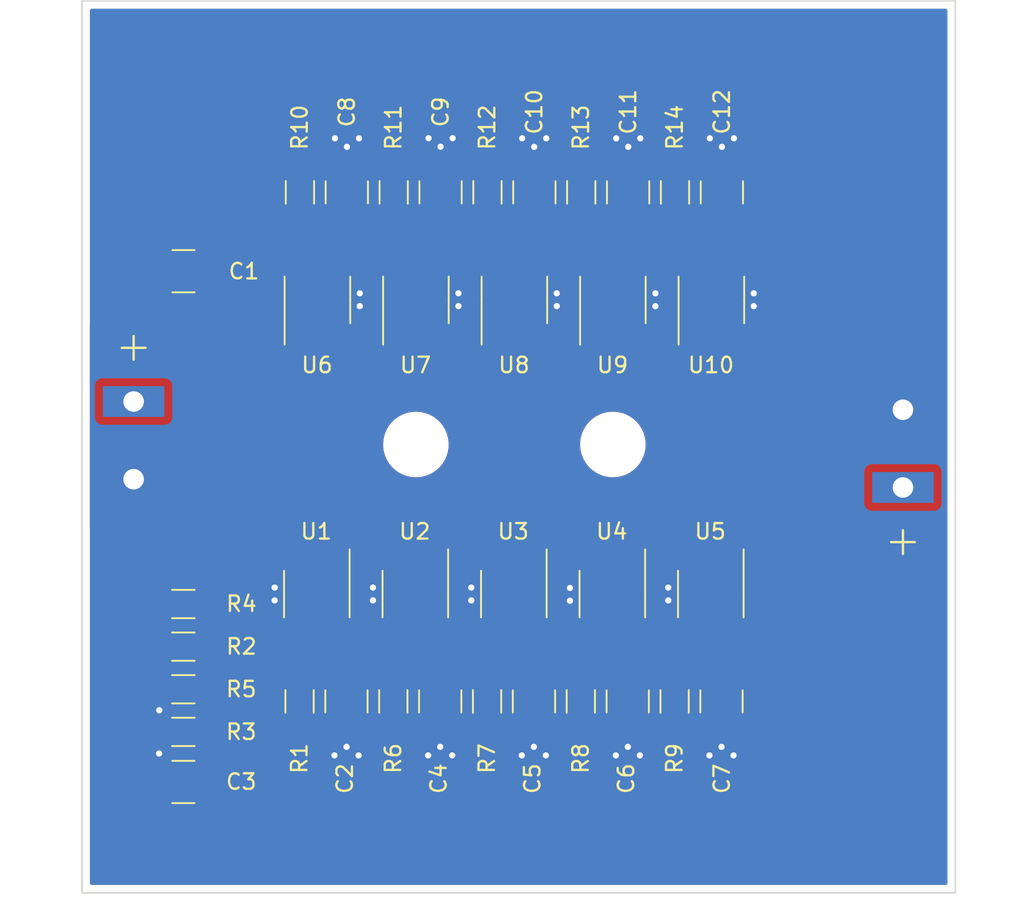
<source format=kicad_pcb>
(kicad_pcb (version 20211014) (generator pcbnew)
  (layers (0 "F.Cu" signal) (31 "B.Cu" signal) (34 "B.Paste" user) (35 "F.Paste" user) (36 "B.SilkS" user "B.Silkscreen") (37 "F.SilkS" user "F.Silkscreen") (38 "B.Mask" user) (39 "F.Mask" user) (44 "Edge.Cuts" user))
  (net 0 "")
  (net 1 "GND")
  (net 2 "Net-(C1-Pad2)")
  (net 3 "Net-(C2-Pad1)")
  (net 4 "Net-(C3-Pad2)")
  (net 5 "Net-(C4-Pad1)")
  (net 6 "Net-(C5-Pad1)")
  (net 7 "Net-(C6-Pad1)")
  (net 8 "Net-(C7-Pad1)")
  (net 9 "Net-(C8-Pad1)")
  (net 10 "Net-(C9-Pad1)")
  (net 11 "Net-(C10-Pad1)")
  (net 12 "Net-(C11-Pad1)")
  (net 13 "Net-(C12-Pad1)")
  (net 14 "Net-(J2-Pad1)")
  (net 15 "Net-(R2-Pad1)")
  (net 16 "Net-(R4-Pad1)")
  (footprint "Package_SO:MSOP-12-1EP_3x4mm_P0.65mm_EP1.65x2.85mm" (layer "F.Cu") (at 106.2875 104.573772 -90)
    (fp_text reference "U3")
    (fp_text value "LT3045xMSE")
  )
  (footprint "Package_SO:MSOP-12-1EP_3x4mm_P0.65mm_EP1.65x2.85mm" (layer "F.Cu") (at 106.325 85.65 90)
    (fp_text reference "U8")
    (fp_text value "LT3045xMSE")
  )
  (footprint "Capacitor_SMD:C_1210_3225Metric_Pad1.33x2.70mm_HandSolder" (layer "F.Cu") (at 85.033406 83.8 180)
    (fp_text reference "C1")
    (fp_text value "47uF")
  )
  (footprint "Package_SO:MSOP-12-1EP_3x4mm_P0.65mm_EP1.65x2.85mm" (layer "F.Cu") (at 99.9875 85.65 90)
    (fp_text reference "U7")
    (fp_text value "LT3045xMSE")
  )
  (footprint "Resistor_SMD:R_1206_3216Metric_Pad1.30x1.75mm_HandSolder" (layer "F.Cu") (at 104.591664 78.725 90)
    (fp_text reference "R12")
    (fp_text value "20M")
  )
  (footprint "Capacitor_SMD:C_1210_3225Metric_Pad1.33x2.70mm_HandSolder" (layer "F.Cu") (at 101.549998 111.481717 -90)
    (fp_text reference "C4")
    (fp_text value "10uF")
  )
  (footprint "Capacitor_SMD:C_1210_3225Metric_Pad1.33x2.70mm_HandSolder" (layer "F.Cu") (at 101.574998 78.725 90)
    (fp_text reference "C9")
    (fp_text value "10uF")
  )
  (footprint "Resistor_SMD:R_1206_3216Metric_Pad1.30x1.75mm_HandSolder" (layer "F.Cu") (at 92.525 78.725 90)
    (fp_text reference "R10")
    (fp_text value "20M")
  )
  (footprint "Capacitor_SMD:C_1210_3225Metric_Pad1.33x2.70mm_HandSolder" (layer "F.Cu") (at 95.516666 111.481717 -90)
    (fp_text reference "C2")
    (fp_text value "10uF")
  )
  (footprint "Resistor_SMD:R_1206_3216Metric_Pad1.30x1.75mm_HandSolder" (layer "F.Cu") (at 116.658328 78.725 90)
    (fp_text reference "R14")
    (fp_text value "20M")
  )
  (footprint "Package_SO:MSOP-12-1EP_3x4mm_P0.65mm_EP1.65x2.85mm" (layer "F.Cu") (at 119 85.65 90)
    (fp_text reference "U10")
    (fp_text value "LT3045xMSE")
  )
  (footprint "TerminalBlock:TerminalBlock_Altech_AK300-2_P5.00mm" (layer "F.Cu") (at 131.325 97.715 90)
    (fp_text reference "J2" hide)
    (fp_text value "Vout" hide)
  )
  (footprint "Resistor_SMD:R_1206_3216Metric_Pad1.30x1.75mm_HandSolder" (layer "F.Cu") (at 85.025 113.441717)
    (fp_text reference "R3")
    (fp_text value "4.99K")
  )
  (footprint "Resistor_SMD:R_1206_3216Metric_Pad1.30x1.75mm_HandSolder" (layer "F.Cu") (at 85.025 110.699217)
    (fp_text reference "R5")
    (fp_text value "49.9K")
  )
  (footprint "Resistor_SMD:R_1206_3216Metric_Pad1.30x1.75mm_HandSolder" (layer "F.Cu") (at 92.5 111.481717 -90)
    (fp_text reference "R1")
    (fp_text value "20M")
  )
  (footprint "Package_SO:MSOP-12-1EP_3x4mm_P0.65mm_EP1.65x2.85mm" (layer "F.Cu") (at 118.9625 104.573772 -90)
    (fp_text reference "U5")
    (fp_text value "LT3045xMSE")
  )
  (footprint "Capacitor_SMD:C_1210_3225Metric_Pad1.33x2.70mm_HandSolder" (layer "F.Cu") (at 119.65 111.481717 -90)
    (fp_text reference "C7")
    (fp_text value "10uF")
  )
  (footprint "Capacitor_SMD:C_1210_3225Metric_Pad1.33x2.70mm_HandSolder" (layer "F.Cu") (at 113.641662 78.725 90)
    (fp_text reference "C11")
    (fp_text value "10uF")
  )
  (footprint "Resistor_SMD:R_1206_3216Metric_Pad1.30x1.75mm_HandSolder" (layer "F.Cu") (at 98.558332 78.725 90)
    (fp_text reference "R11")
    (fp_text value "20M")
  )
  (footprint "MountingHole:MountingHole_3.2mm_M3" (layer "F.Cu") (at 99.9875 94.95)
    (fp_text reference "REF**" hide)
    (fp_text value "MountingHole_3.2mm_M3")
  )
  (footprint "Capacitor_SMD:C_1210_3225Metric_Pad1.33x2.70mm_HandSolder" (layer "F.Cu") (at 107.60833 78.725 90)
    (fp_text reference "C10")
    (fp_text value "10uF")
  )
  (footprint "Resistor_SMD:R_1206_3216Metric_Pad1.30x1.75mm_HandSolder" (layer "F.Cu") (at 110.599996 111.481717 -90)
    (fp_text reference "R8")
    (fp_text value "20M")
  )
  (footprint "Capacitor_SMD:C_1210_3225Metric_Pad1.33x2.70mm_HandSolder" (layer "F.Cu") (at 107.58333 111.481717 -90)
    (fp_text reference "C5")
    (fp_text value "10uF")
  )
  (footprint "Package_SO:MSOP-12-1EP_3x4mm_P0.65mm_EP1.65x2.85mm" (layer "F.Cu") (at 112.625 104.573772 -90)
    (fp_text reference "U4")
    (fp_text value "LT3045xMSE")
  )
  (footprint "MountingHole:MountingHole_3.2mm_M3" (layer "F.Cu") (at 112.6625 94.95)
    (fp_text reference "REF**" hide)
    (fp_text value "MountingHole_3.2mm_M3")
  )
  (footprint "Resistor_SMD:R_1206_3216Metric_Pad1.30x1.75mm_HandSolder" (layer "F.Cu") (at 98.533332 111.481717 -90)
    (fp_text reference "R6")
    (fp_text value "20M")
  )
  (footprint "Resistor_SMD:R_1206_3216Metric_Pad1.30x1.75mm_HandSolder" (layer "F.Cu") (at 104.566664 111.481717 -90)
    (fp_text reference "R7")
    (fp_text value "20M")
  )
  (footprint "Resistor_SMD:R_1206_3216Metric_Pad1.30x1.75mm_HandSolder" (layer "F.Cu") (at 110.624996 78.725 90)
    (fp_text reference "R13")
    (fp_text value "20M")
  )
  (footprint "TerminalBlock:TerminalBlock_Altech_AK300-2_P5.00mm" (layer "F.Cu") (at 81.825 92.185 -90)
    (fp_text reference "J1" hide)
    (fp_text value "Vin")
  )
  (footprint "Resistor_SMD:R_1206_3216Metric_Pad1.30x1.75mm_HandSolder" (layer "F.Cu") (at 85.025 105.214217 180)
    (fp_text reference "R4")
    (fp_text value "200K")
  )
  (footprint "Capacitor_SMD:C_1210_3225Metric_Pad1.33x2.70mm_HandSolder" (layer "F.Cu") (at 119.675 78.725 90)
    (fp_text reference "C12")
    (fp_text value "10uF")
  )
  (footprint "Capacitor_SMD:C_1210_3225Metric_Pad1.33x2.70mm_HandSolder" (layer "F.Cu") (at 95.541666 78.725 90)
    (fp_text reference "C8")
    (fp_text value "10uF")
  )
  (footprint "Package_SO:MSOP-12-1EP_3x4mm_P0.65mm_EP1.65x2.85mm" (layer "F.Cu") (at 93.6125 104.573772 -90)
    (fp_text reference "U1")
    (fp_text value "LT3045xMSE")
  )
  (footprint "Package_SO:MSOP-12-1EP_3x4mm_P0.65mm_EP1.65x2.85mm" (layer "F.Cu") (at 93.65 85.65 90)
    (fp_text reference "U6")
    (fp_text value "LT3045xMSE")
  )
  (footprint "Package_SO:MSOP-12-1EP_3x4mm_P0.65mm_EP1.65x2.85mm" (layer "F.Cu") (at 112.6625 85.65 90)
    (fp_text reference "U9")
    (fp_text value "LT3045xMSE")
  )
  (footprint "Capacitor_SMD:C_1210_3225Metric_Pad1.33x2.70mm_HandSolder" (layer "F.Cu") (at 113.616662 111.481717 -90)
    (fp_text reference "C6")
    (fp_text value "10uF")
  )
  (footprint "Resistor_SMD:R_1206_3216Metric_Pad1.30x1.75mm_HandSolder" (layer "F.Cu") (at 85.025 107.956717 180)
    (fp_text reference "R2")
    (fp_text value "453K")
  )
  (footprint "Capacitor_SMD:C_1210_3225Metric_Pad1.33x2.70mm_HandSolder" (layer "F.Cu") (at 85.025 116.664217)
    (fp_text reference "C3")
    (fp_text value "4.7uF")
  )
  (footprint "Resistor_SMD:R_1206_3216Metric_Pad1.30x1.75mm_HandSolder" (layer "F.Cu") (at 116.633328 111.481717 -90)
    (fp_text reference "R9")
    (fp_text value "20M")
  )
  (footprint "Package_SO:MSOP-12-1EP_3x4mm_P0.65mm_EP1.65x2.85mm" (layer "F.Cu") (at 99.95 104.573772 -90)
    (fp_text reference "U2")
    (fp_text value "LT3045xMSE")
  )
  (gr_rect (start 134.7 123.8) (end 78.5 66.4) (layer "Edge.Cuts") (width 0.1) (fill none))
  (gr_text "+" (at 131.325 101.075) (layer "F.SilkS") (effects (font (size 2 2))))
  (gr_text "+" (at 81.825 88.575) (layer "F.SilkS") (effects (font (size 2 2))))
  (segment (start 83.475 114.681717) (end 83.4625 114.694217) (width 1) (layer "F.Cu") (net 1))
  (segment (start 99.625 106.723772) (end 99.625 104.399133) (width 0.25) (layer "F.Cu") (net 1))
  (segment (start 93.65 85.65) (end 88.445906 85.65) (width 1) (layer "F.Cu") (net 1))
  (segment (start 111 103.099133) (end 112.474639 104.573772) (width 0.25) (layer "F.Cu") (net 1))
  (segment (start 83.4625 114.8375) (end 83.4625 114.694217) (width 1) (layer "F.Cu") (net 1))
  (segment (start 120.625 87.124639) (end 120.625 87.8) (width 0.25) (layer "F.Cu") (net 1))
  (segment (start 93.975 85.824639) (end 95.275 87.124639) (width 0.25) (layer "F.Cu") (net 1))
  (segment (start 114.2875 87.124639) (end 114.2875 87.8) (width 0.25) (layer "F.Cu") (net 1))
  (segment (start 100.3125 83.5) (end 100.3125 85.824639) (width 0.25) (layer "F.Cu") (net 1))
  (segment (start 83.475 112.05) (end 83.475 114.681717) (width 1) (layer "F.Cu") (net 1))
  (segment (start 93.2875 104.399133) (end 91.9875 103.099133) (width 0.25) (layer "F.Cu") (net 1))
  (segment (start 112.474639 104.573772) (end 112.625 104.573772) (width 0.25) (layer "F.Cu") (net 1))
  (segment (start 83.4625 116.664217) (end 83.4625 114.8375) (width 1) (layer "F.Cu") (net 1))
  (segment (start 112.3 104.898772) (end 112.625 104.573772) (width 0.25) (layer "F.Cu") (net 1))
  (segment (start 119.325 83.5) (end 119.325 85.824639) (width 0.25) (layer "F.Cu") (net 1))
  (segment (start 83.4625 113.454217) (end 83.475 113.441717) (width 1) (layer "F.Cu") (net 1))
  (segment (start 101.6125 87.124639) (end 101.6125 87.8) (width 0.25) (layer "F.Cu") (net 1))
  (segment (start 112.9875 85.824639) (end 114.2875 87.124639) (width 0.25) (layer "F.Cu") (net 1))
  (segment (start 106.65 85.824639) (end 107.95 87.124639) (width 0.25) (layer "F.Cu") (net 1))
  (segment (start 105.9625 104.399133) (end 104.6625 103.099133) (width 0.25) (layer "F.Cu") (net 1))
  (segment (start 93.2875 106.723772) (end 93.2875 104.399133) (width 0.25) (layer "F.Cu") (net 1))
  (segment (start 100.3125 85.824639) (end 101.6125 87.124639) (width 0.25) (layer "F.Cu") (net 1))
  (segment (start 105.9625 106.723772) (end 105.9625 104.399133) (width 0.25) (layer "F.Cu") (net 1))
  (segment (start 107.95 87.124639) (end 107.95 87.8) (width 0.25) (layer "F.Cu") (net 1))
  (segment (start 95.275 87.124639) (end 95.275 87.8) (width 0.25) (layer "F.Cu") (net 1))
  (segment (start 118.812139 104.573772) (end 118.9625 104.573772) (width 0.25) (layer "F.Cu") (net 1))
  (segment (start 112.3 106.723772) (end 112.3 104.898772) (width 0.25) (layer "F.Cu") (net 1))
  (segment (start 83.4625 114.694217) (end 83.4625 113.454217) (width 1) (layer "F.Cu") (net 1))
  (segment (start 88.445906 85.65) (end 86.595906 83.8) (width 1) (layer "F.Cu") (net 1))
  (segment (start 119.325 85.824639) (end 120.625 87.124639) (width 0.25) (layer "F.Cu") (net 1))
  (segment (start 106.65 83.5) (end 106.65 85.824639) (width 0.25) (layer "F.Cu") (net 1))
  (segment (start 83.475 110.699217) (end 83.475 112.05) (width 1) (layer "F.Cu") (net 1))
  (segment (start 118.6375 106.723772) (end 118.6375 104.898772) (width 0.25) (layer "F.Cu") (net 1))
  (segment (start 99.625 104.399133) (end 98.325 103.099133) (width 0.25) (layer "F.Cu") (net 1))
  (segment (start 112.9875 83.5) (end 112.9875 85.824639) (width 0.25) (layer "F.Cu") (net 1))
  (segment (start 117.3375 103.099133) (end 118.812139 104.573772) (width 0.25) (layer "F.Cu") (net 1))
  (segment (start 118.6375 104.898772) (end 118.9625 104.573772) (width 0.25) (layer "F.Cu") (net 1))
  (segment (start 93.975 83.5) (end 93.975 85.824639) (width 0.25) (layer "F.Cu") (net 1))
  (via (at 116.225 104.156717) (size 0.8) (drill 0.4) (layers "F.Cu" "B.Cu") (net 1))
  (via (at 119.65 114.406717) (size 0.8) (drill 0.4) (layers "F.Cu" "B.Cu") (net 1))
  (via (at 109.05 86.046868) (size 0.8) (drill 0.4) (layers "F.Cu" "B.Cu") (net 1))
  (via (at 115.4 86.05) (size 0.8) (drill 0.4) (layers "F.Cu" "B.Cu") (net 1))
  (via (at 120.425 114.956717) (size 0.8) (drill 0.4) (layers "F.Cu" "B.Cu") (net 1))
  (via (at 94.775 75.25) (size 0.8) (drill 0.4) (layers "F.Cu" "B.Cu") (net 1))
  (via (at 120.45 75.25) (size 0.8) (drill 0.4) (layers "F.Cu" "B.Cu") (net 1))
  (via (at 96.325 75.25) (size 0.8) (drill 0.4) (layers "F.Cu" "B.Cu") (net 1))
  (via (at 121.725 85.225) (size 0.8) (drill 0.4) (layers "F.Cu" "B.Cu") (net 1))
  (via (at 121.725 86.05) (size 0.8) (drill 0.4) (layers "F.Cu" "B.Cu") (net 1))
  (via (at 96.375 85.221868) (size 0.8) (drill 0.4) (layers "F.Cu" "B.Cu") (net 1))
  (via (at 107.6 75.8) (size 0.8) (drill 0.4) (layers "F.Cu" "B.Cu") (net 1))
  (via (at 97.225 104.155922) (size 0.8) (drill 0.4) (layers "F.Cu" "B.Cu") (net 1))
  (via (at 119.675 75.8) (size 0.8) (drill 0.4) (layers "F.Cu" "B.Cu") (net 1))
  (via (at 97.225 104.980922) (size 0.8) (drill 0.4) (layers "F.Cu" "B.Cu") (net 1))
  (via (at 118.9 75.25) (size 0.8) (drill 0.4) (layers "F.Cu" "B.Cu") (net 1))
  (via (at 90.9 104.981717) (size 0.8) (drill 0.4) (layers "F.Cu" "B.Cu") (net 1))
  (via (at 100.8 75.241743) (size 0.8) (drill 0.4) (layers "F.Cu" "B.Cu") (net 1))
  (via (at 95.525 114.405738) (size 0.8) (drill 0.4) (layers "F.Cu" "B.Cu") (net 1))
  (via (at 114.425 75.25) (size 0.8) (drill 0.4) (layers "F.Cu" "B.Cu") (net 1))
  (via (at 108.35 114.955738) (size 0.8) (drill 0.4) (layers "F.Cu" "B.Cu") (net 1))
  (via (at 106.825 75.25) (size 0.8) (drill 0.4) (layers "F.Cu" "B.Cu") (net 1))
  (via (at 94.75 114.955738) (size 0.8) (drill 0.4) (layers "F.Cu" "B.Cu") (net 1))
  (via (at 103.55 104.981717) (size 0.8) (drill 0.4) (layers "F.Cu" "B.Cu") (net 1))
  (via (at 115.4 85.225) (size 0.8) (drill 0.4) (layers "F.Cu" "B.Cu") (net 1))
  (via (at 101.55 114.405738) (size 0.8) (drill 0.4) (layers "F.Cu" "B.Cu") (net 1))
  (via (at 112.85 114.955738) (size 0.8) (drill 0.4) (layers "F.Cu" "B.Cu") (net 1))
  (via (at 116.225 104.981717) (size 0.8) (drill 0.4) (layers "F.Cu" "B.Cu") (net 1))
  (via (at 113.65 75.8) (size 0.8) (drill 0.4) (layers "F.Cu" "B.Cu") (net 1))
  (via (at 102.325 114.955738) (size 0.8) (drill 0.4) (layers "F.Cu" "B.Cu") (net 1))
  (via (at 103.55 104.156717) (size 0.8) (drill 0.4) (layers "F.Cu" "B.Cu") (net 1))
  (via (at 102.725 86.046868) (size 0.8) (drill 0.4) (layers "F.Cu" "B.Cu") (net 1))
  (via (at 118.875 114.956717) (size 0.8) (drill 0.4) (layers "F.Cu" "B.Cu") (net 1))
  (via (at 107.575 114.405738) (size 0.8) (drill 0.4) (layers "F.Cu" "B.Cu") (net 1))
  (via (at 96.3 114.955738) (size 0.8) (drill 0.4) (layers "F.Cu" "B.Cu") (net 1))
  (via (at 109.9 104.181717) (size 0.8) (drill 0.4) (layers "F.Cu" "B.Cu") (net 1))
  (via (at 113.625 114.405738) (size 0.8) (drill 0.4) (layers "F.Cu" "B.Cu") (net 1))
  (via (at 114.4 114.955738) (size 0.8) (drill 0.4) (layers "F.Cu" "B.Cu") (net 1))
  (via (at 90.9 104.156717) (size 0.8) (drill 0.4) (layers "F.Cu" "B.Cu") (net 1))
  (via (at 101.575 75.791743) (size 0.8) (drill 0.4) (layers "F.Cu" "B.Cu") (net 1))
  (via (at 108.375 75.25) (size 0.8) (drill 0.4) (layers "F.Cu" "B.Cu") (net 1))
  (via (at 83.475 112.05) (size 0.8) (drill 0.4) (layers "F.Cu" "B.Cu") (net 1))
  (via (at 102.35 75.241743) (size 0.8) (drill 0.4) (layers "F.Cu" "B.Cu") (net 1))
  (via (at 95.55 75.8) (size 0.8) (drill 0.4) (layers "F.Cu" "B.Cu") (net 1))
  (via (at 83.4625 114.8375) (size 0.8) (drill 0.4) (layers "F.Cu" "B.Cu") (net 1))
  (via (at 109.9 105.006717) (size 0.8) (drill 0.4) (layers "F.Cu" "B.Cu") (net 1))
  (via (at 102.725 85.221868) (size 0.8) (drill 0.4) (layers "F.Cu" "B.Cu") (net 1))
  (via (at 96.375 86.046868) (size 0.8) (drill 0.4) (layers "F.Cu" "B.Cu") (net 1))
  (via (at 109.05 85.221868) (size 0.8) (drill 0.4) (layers "F.Cu" "B.Cu") (net 1))
  (via (at 106.8 114.955738) (size 0.8) (drill 0.4) (layers "F.Cu" "B.Cu") (net 1))
  (via (at 112.875 75.25) (size 0.8) (drill 0.4) (layers "F.Cu" "B.Cu") (net 1))
  (via (at 100.775 114.955738) (size 0.8) (drill 0.4) (layers "F.Cu" "B.Cu") (net 1))
  (segment (start 114.2875 83.5) (end 116.45 83.5) (width 0.25) (layer "F.Cu") (net 2))
  (segment (start 116.55 83.6) (end 116.55 86.975) (width 0.25) (layer "F.Cu") (net 2))
  (segment (start 120.625 83.5) (end 122.475 83.5) (width 0.25) (layer "F.Cu") (net 2))
  (segment (start 108.8375 103.348772) (end 107.9125 102.423772) (width 0.25) (layer "F.Cu") (net 2))
  (segment (start 83.475 100.2) (end 83.575 100.1) (width 0.25) (layer "F.Cu") (net 2))
  (segment (start 101.6125 83.5) (end 103.75 83.5) (width 0.25) (layer "F.Cu") (net 2))
  (segment (start 83.470906 83.8) (end 83.470906 90.539094) (width 1) (layer "F.Cu") (net 2))
  (segment (start 107.95 83.5) (end 110.075 83.5) (width 0.25) (layer "F.Cu") (net 2))
  (segment (start 116.55 86.975) (end 117.375 87.8) (width 0.25) (layer "F.Cu") (net 2))
  (segment (start 103.85 86.95) (end 104.7 87.8) (width 0.25) (layer "F.Cu") (net 2))
  (segment (start 104.6625 106.723772) (end 102.4125 106.723772) (width 0.25) (layer "F.Cu") (net 2))
  (segment (start 83.470906 90.539094) (end 81.825 92.185) (width 1) (layer "F.Cu") (net 2))
  (segment (start 95.8875 103.073772) (end 95.2375 102.423772) (width 0.25) (layer "F.Cu") (net 2))
  (segment (start 110.175 86.9375) (end 111.0375 87.8) (width 0.25) (layer "F.Cu") (net 2))
  (segment (start 95.275 83.5) (end 97.375 83.5) (width 0.25) (layer "F.Cu") (net 2))
  (segment (start 83.475 105.214217) (end 83.475 100.2) (width 0.25) (layer "F.Cu") (net 2))
  (segment (start 122.475 83.5) (end 122.875 83.9) (width 0.25) (layer "F.Cu") (net 2))
  (segment (start 118.675 88.925) (end 118.675 87.8) (width 0.25) (layer "F.Cu") (net 2))
  (segment (start 117.3375 106.723772) (end 115.1625 106.723772) (width 0.25) (layer "F.Cu") (net 2))
  (segment (start 97.475 86.9125) (end 98.3625 87.8) (width 0.25) (layer "F.Cu") (net 2))
  (segment (start 103.75 83.5) (end 103.85 83.6) (width 0.25) (layer "F.Cu") (net 2))
  (segment (start 108.8375 106.573772) (end 108.8375 103.348772) (width 0.25) (layer "F.Cu") (net 2))
  (segment (start 102.4125 106.723772) (end 102.3875 106.698772) (width 0.25) (layer "F.Cu") (net 2))
  (segment (start 97.375 83.5) (end 97.475 83.6) (width 0.25) (layer "F.Cu") (net 2))
  (segment (start 108.9875 106.723772) (end 108.8375 106.573772) (width 0.25) (layer "F.Cu") (net 2))
  (segment (start 110.175 83.6) (end 110.175 86.9375) (width 0.25) (layer "F.Cu") (net 2))
  (segment (start 115.1625 103.336272) (end 114.25 102.423772) (width 0.25) (layer "F.Cu") (net 2))
  (segment (start 116.45 83.5) (end 116.55 83.6) (width 0.25) (layer "F.Cu") (net 2))
  (segment (start 110.075 83.5) (end 110.175 83.6) (width 0.25) (layer "F.Cu") (net 2))
  (segment (start 95.9875 106.723772) (end 95.8875 106.623772) (width 0.25) (layer "F.Cu") (net 2))
  (segment (start 111 106.723772) (end 108.9875 106.723772) (width 0.25) (layer "F.Cu") (net 2))
  (segment (start 103.85 83.6) (end 103.85 86.95) (width 0.25) (layer "F.Cu") (net 2))
  (segment (start 119.1 89.35) (end 118.675 88.925) (width 0.25) (layer "F.Cu") (net 2))
  (segment (start 122.875 83.9) (end 122.875 88.85) (width 0.25) (layer "F.Cu") (net 2))
  (segment (start 122.875 88.85) (end 122.375 89.35) (width 0.25) (layer "F.Cu") (net 2))
  (segment (start 102.3875 106.698772) (end 102.3875 103.236272) (width 0.25) (layer "F.Cu") (net 2))
  (segment (start 102.3875 103.236272) (end 101.575 102.423772) (width 0.25) (layer "F.Cu") (net 2))
  (segment (start 83.475 105.214217) (end 83.9675 105.214217) (width 0.25) (layer "F.Cu") (net 2))
  (segment (start 122.375 89.35) (end 119.1 89.35) (width 0.25) (layer "F.Cu") (net 2))
  (segment (start 115.1625 106.723772) (end 115.1625 103.336272) (width 0.25) (layer "F.Cu") (net 2))
  (segment (start 95.8875 106.623772) (end 95.8875 103.073772) (width 0.25) (layer "F.Cu") (net 2))
  (segment (start 97.475 83.6) (end 97.475 86.9125) (width 0.25) (layer "F.Cu") (net 2))
  (segment (start 98.325 106.723772) (end 95.9875 106.723772) (width 0.25) (layer "F.Cu") (net 2))
  (segment (start 92.5 109.931717) (end 95.504166 109.931717) (width 2) (layer "F.Cu") (net 3))
  (segment (start 95.504166 109.931717) (end 95.516666 109.919217) (width 2) (layer "F.Cu") (net 3))
  (segment (start 93.9375 106.723772) (end 95.2375 106.723772) (width 0.25) (layer "F.Cu") (net 3))
  (segment (start 114.025 81.7) (end 115.05 81.7) (width 0.25) (layer "F.Cu") (net 4))
  (segment (start 94.625 83.5) (end 94.625 82.2) (width 0.25) (layer "F.Cu") (net 4))
  (segment (start 105.3125 108.369217) (end 105.075 108.606717) (width 0.25) (layer "F.Cu") (net 4))
  (segment (start 121.825 81.85) (end 122.55 81.85) (width 0.25) (layer "F.Cu") (net 4))
  (segment (start 119.975 82.125) (end 119.975 83.5) (width 0.25) (layer "F.Cu") (net 4))
  (segment (start 100.9625 81.9875) (end 101.3 81.65) (width 0.25) (layer "F.Cu") (net 4))
  (segment (start 96.8 82.025) (end 97.216186 81.608814) (width 0.25) (layer "F.Cu") (net 4))
  (segment (start 107.675 81.65) (end 109.025 81.65) (width 0.25) (layer "F.Cu") (net 4))
  (segment (start 97.191186 108.965531) (end 97.191186 111.497903) (width 0.25) (layer "F.Cu") (net 4))
  (segment (start 121.8 81.825) (end 121.825 81.85) (width 0.25) (layer "F.Cu") (net 4))
  (segment (start 121.45 81.85) (end 120.25 81.85) (width 0.25) (layer "F.Cu") (net 4))
  (segment (start 98.775 108.606717) (end 97.55 108.606717) (width 0.25) (layer "F.Cu") (net 4))
  (segment (start 103.35 78.625) (end 109.325 78.625) (width 0.25) (layer "F.Cu") (net 4))
  (segment (start 97.2 78.925) (end 97.5 78.625) (width 0.25) (layer "F.Cu") (net 4))
  (segment (start 91 108.756717) (end 91 110.906717) (width 0.25) (layer "F.Cu") (net 4))
  (segment (start 121.8 78.925) (end 121.8 81.025) (width 0.25) (layer "F.Cu") (net 4))
  (segment (start 103.675 108.606717) (end 103.225 109.056717) (width 0.25) (layer "F.Cu") (net 4))
  (segment (start 123.325 82.625) (end 123.325 110.481717) (width 0.25) (layer "F.Cu") (net 4))
  (segment (start 115.291182 108.840535) (end 115.291182 111.447899) (width 0.25) (layer "F.Cu") (net 4))
  (segment (start 92.425 108.606717) (end 91.15 108.606717) (width 0.25) (layer "F.Cu") (net 4))
  (segment (start 115.525 108.606717) (end 115.291182 108.840535) (width 0.25) (layer "F.Cu") (net 4))
  (segment (start 123.325 110.481717) (end 122.3 111.506717) (width 0.25) (layer "F.Cu") (net 4))
  (segment (start 115.316182 78.641182) (end 115.3 78.625) (width 0.25) (layer "F.Cu") (net 4))
  (segment (start 91.025 111.506717) (end 88.509999 111.506717) (width 0.25) (layer "F.Cu") (net 4))
  (segment (start 91.325 111.506717) (end 91.825 111.506717) (width 0.25) (layer "F.Cu") (net 4))
  (segment (start 107.3 82.025) (end 107.675 81.65) (width 0.25) (layer "F.Cu") (net 4))
  (segment (start 122.55 81.85) (end 123.325 82.625) (width 0.25) (layer "F.Cu") (net 4))
  (segment (start 86.5875 116.664217) (end 86.5875 113.454217) (width 1) (layer "F.Cu") (net 4))
  (segment (start 111.65 106.723772) (end 111.65 108.206717) (width 0.25) (layer "F.Cu") (net 4))
  (segment (start 103.225 109.056717) (end 103.225 111.506717) (width 0.25) (layer "F.Cu") (net 4))
  (segment (start 92.6375 106.723772) (end 92.6375 108.394217) (width 0.25) (layer "F.Cu") (net 4))
  (segment (start 91.825 111.506717) (end 91.025 111.506717) (width 0.25) (layer "F.Cu") (net 4))
  (segment (start 111.25 108.606717) (end 109.6 108.606717) (width 0.25) (layer "F.Cu") (net 4))
  (segment (start 121.8 81.025) (end 121.8 81.5) (width 0.25) (layer "F.Cu") (net 4))
  (segment (start 103.249518 81.350482) (end 103.249518 78.725482) (width 0.25) (layer "F.Cu") (net 4))
  (segment (start 113.6375 82.0875) (end 114.025 81.7) (width 0.25) (layer "F.Cu") (net 4))
  (segment (start 92.6375 108.394217) (end 92.425 108.606717) (width 0.25) (layer "F.Cu") (net 4))
  (segment (start 111.65 108.206717) (end 111.25 108.606717) (width 0.25) (layer "F.Cu") (net 4))
  (segment (start 88.51 111.506717) (end 88.233358 111.783358) (width 0.25) (layer "F.Cu") (net 4))
  (segment (start 120.25 81.85) (end 119.975 82.125) (width 0.25) (layer "F.Cu") (net 4))
  (segment (start 97.5 78.625) (end 103.35 78.625) (width 0.25) (layer "F.Cu") (net 4))
  (segment (start 97.55 108.606717) (end 97.191186 108.965531) (width 0.25) (layer "F.Cu") (net 4))
  (segment (start 109.28285 78.66715) (end 109.325 78.625) (width 0.25) (layer "F.Cu") (net 4))
  (segment (start 100.9625 83.5) (end 100.9625 81.9875) (width 0.25) (layer "F.Cu") (net 4))
  (segment (start 121.8 81.025) (end 121.8 81.825) (width 0.25) (layer "F.Cu") (net 4))
  (segment (start 115.3 78.625) (end 121.5 78.625) (width 0.25) (layer "F.Cu") (net 4))
  (segment (start 117.9875 108.219217) (end 117.6 108.606717) (width 0.25) (layer "F.Cu") (net 4))
  (segment (start 94.8 82.025) (end 96.8 82.025) (width 0.25) (layer "F.Cu") (net 4))
  (segment (start 122.3 111.506717) (end 115.35 111.506717) (width 0.25) (layer "F.Cu") (net 4))
  (segment (start 109.28285 81.39215) (end 109.28285 78.66715) (width 0.25) (layer "F.Cu") (net 4))
  (segment (start 105.075 108.606717) (end 103.675 108.606717) (width 0.25) (layer "F.Cu") (net 4))
  (segment (start 115.291182 111.447899) (end 115.35 111.506717) (width 0.25) (layer "F.Cu") (net 4))
  (segment (start 86.5875 113.454217) (end 86.575 113.441717) (width 1) (layer "F.Cu") (net 4))
  (segment (start 91.15 108.606717) (end 91 108.756717) (width 0.25) (layer "F.Cu") (net 4))
  (segment (start 105.3125 106.723772) (end 105.3125 108.369217) (width 0.25) (layer "F.Cu") (net 4))
  (segment (start 97.216186 78.941186) (end 97.2 78.925) (width 0.25) (layer "F.Cu") (net 4))
  (segment (start 98.975 108.406717) (end 98.775 108.606717) (width 0.25) (layer "F.Cu") (net 4))
  (segment (start 98.975 106.723772) (end 98.975 108.406717) (width 0.25) (layer "F.Cu") (net 4))
  (segment (start 103.225 111.506717) (end 97.2 111.506717) (width 0.25) (layer "F.Cu") (net 4))
  (segment (start 117.6 108.606717) (end 115.525 108.606717) (width 0.25) (layer "F.Cu") (net 4))
  (segment (start 97.191186 111.497903) (end 97.2 111.506717) (width 0.25) (layer "F.Cu") (net 4))
  (segment (start 115.35 111.506717) (end 109.225 111.506717) (width 0.25) (layer "F.Cu") (net 4))
  (segment (start 115.05 81.7) (end 115.316182 81.433818) (width 0.25) (layer "F.Cu") (net 4))
  (segment (start 91 110.906717) (end 91 111.481717) (width 0.25) (layer "F.Cu") (net 4))
  (segment (start 121.5 78.625) (end 121.8 78.925) (width 0.25) (layer "F.Cu") (net 4))
  (segment (start 109.325 78.625) (end 115.3 78.625) (width 0.25) (layer "F.Cu") (net 4))
  (segment (start 91 111.481717) (end 91.025 111.506717) (width 0.25) (layer "F.Cu") (net 4))
  (segment (start 117.9875 106.723772) (end 117.9875 108.219217) (width 0.25) (layer "F.Cu") (net 4))
  (segment (start 107.3 83.5) (end 107.3 82.025) (width 0.25) (layer "F.Cu") (net 4))
  (segment (start 121.45 81.85) (end 121.825 81.85) (width 0.25) (layer "F.Cu") (net 4))
  (segment (start 109.225 111.506717) (end 103.225 111.506717) (width 0.25) (layer "F.Cu") (net 4))
  (segment (start 91.825 111.506717) (end 97.2 111.506717) (width 0.25) (layer "F.Cu") (net 4))
  (segment (start 97.216186 81.608814) (end 97.216186 78.941186) (width 0.25) (layer "F.Cu") (net 4))
  (segment (start 88.509999 111.506717) (end 88.233358 111.783358) (width 0.25) (layer "F.Cu") (net 4))
  (segment (start 91 110.906717) (end 91 111.181717) (width 0.25) (layer "F.Cu") (net 4))
  (segment (start 88.233358 111.783358) (end 86.575 113.441717) (width 0.25) (layer "F.Cu") (net 4))
  (segment (start 103.249518 78.725482) (end 103.35 78.625) (width 0.25) (layer "F.Cu") (net 4))
  (segment (start 101.3 81.65) (end 102.95 81.65) (width 0.25) (layer "F.Cu") (net 4))
  (segment (start 109.25785 108.948867) (end 109.25785 111.473867) (width 0.25) (layer "F.Cu") (net 4))
  (segment (start 102.95 81.65) (end 103.249518 81.350482) (width 0.25) (layer "F.Cu") (net 4))
  (segment (start 94.625 82.2) (end 94.8 82.025) (width 0.25) (layer "F.Cu") (net 4))
  (segment (start 113.6375 83.5) (end 113.6375 82.0875) (width 0.25) (layer "F.Cu") (net 4))
  (segment (start 109.6 108.606717) (end 109.25785 108.948867) (width 0.25) (layer "F.Cu") (net 4))
  (segment (start 115.316182 81.433818) (end 115.316182 78.641182) (width 0.25) (layer "F.Cu") (net 4))
  (segment (start 109.025 81.65) (end 109.28285 81.39215) (width 0.25) (layer "F.Cu") (net 4))
  (segment (start 109.25785 111.473867) (end 109.225 111.506717) (width 0.25) (layer "F.Cu") (net 4))
  (segment (start 100.275 106.723772) (end 101.575 106.723772) (width 0.25) (layer "F.Cu") (net 5))
  (segment (start 101.537498 109.931717) (end 101.549998 109.919217) (width 2) (layer "F.Cu") (net 5))
  (segment (start 98.533332 109.931717) (end 101.537498 109.931717) (width 2) (layer "F.Cu") (net 5))
  (segment (start 106.6125 106.723772) (end 107.9125 106.723772) (width 0.25) (layer "F.Cu") (net 6))
  (segment (start 107.57083 109.931717) (end 104.566664 109.931717) (width 2) (layer "F.Cu") (net 6))
  (segment (start 107.58333 109.919217) (end 107.57083 109.931717) (width 2) (layer "F.Cu") (net 6))
  (segment (start 113.604162 109.931717) (end 113.616662 109.919217) (width 2) (layer "F.Cu") (net 7))
  (segment (start 112.95 106.723772) (end 114.25 106.723772) (width 0.25) (layer "F.Cu") (net 7))
  (segment (start 110.599996 109.931717) (end 113.604162 109.931717) (width 2) (layer "F.Cu") (net 7))
  (segment (start 119.6375 109.931717) (end 119.65 109.919217) (width 2) (layer "F.Cu") (net 8))
  (segment (start 119.2875 106.723772) (end 120.5875 106.723772) (width 0.25) (layer "F.Cu") (net 8))
  (segment (start 116.633328 109.931717) (end 119.6375 109.931717) (width 2) (layer "F.Cu") (net 8))
  (segment (start 95.529166 80.275) (end 95.541666 80.2875) (width 2) (layer "F.Cu") (net 9))
  (segment (start 92.525 80.275) (end 95.529166 80.275) (width 2) (layer "F.Cu") (net 9))
  (segment (start 92.025 83.5) (end 93.325 83.5) (width 0.25) (layer "F.Cu") (net 9))
  (segment (start 101.562498 80.275) (end 101.574998 80.2875) (width 2) (layer "F.Cu") (net 10))
  (segment (start 98.3625 83.5) (end 99.6625 83.5) (width 0.25) (layer "F.Cu") (net 10))
  (segment (start 98.558332 80.275) (end 101.562498 80.275) (width 2) (layer "F.Cu") (net 10))
  (segment (start 104.7 83.5) (end 106 83.5) (width 0.25) (layer "F.Cu") (net 11))
  (segment (start 107.59583 80.275) (end 107.60833 80.2875) (width 2) (layer "F.Cu") (net 11))
  (segment (start 104.591664 80.275) (end 107.59583 80.275) (width 2) (layer "F.Cu") (net 11))
  (segment (start 110.637496 80.2875) (end 110.624996 80.275) (width 2) (layer "F.Cu") (net 12))
  (segment (start 113.641662 80.2875) (end 110.637496 80.2875) (width 2) (layer "F.Cu") (net 12))
  (segment (start 111.0375 83.5) (end 112.3375 83.5) (width 0.25) (layer "F.Cu") (net 12))
  (segment (start 119.675 80.2875) (end 116.670828 80.2875) (width 2) (layer "F.Cu") (net 13))
  (segment (start 117.375 83.5) (end 118.675 83.5) (width 0.25) (layer "F.Cu") (net 13))
  (segment (start 116.670828 80.2875) (end 116.658328 80.275) (width 2) (layer "F.Cu") (net 13))
  (segment (start 125 75.1) (end 123.025 73.125) (width 2) (layer "F.Cu") (net 14))
  (segment (start 123.025 73.125) (end 115.85 73.125) (width 2) (layer "F.Cu") (net 14))
  (segment (start 105.45 73.125) (end 107.7 73.125) (width 2) (layer "F.Cu") (net 14))
  (segment (start 92.5 113.589981) (end 92.475 113.614981) (width 2) (layer "F.Cu") (net 14))
  (segment (start 104.566664 113.031717) (end 104.566664 116.798381) (width 2) (layer "F.Cu") (net 14))
  (segment (start 98.25 117.281717) (end 105.05 117.281717) (width 2) (layer "F.Cu") (net 14))
  (segment (start 83.475 107.956717) (end 85.025 109.506717) (width 1) (layer "F.Cu") (net 14))
  (segment (start 96.890859 118.640859) (end 98.25 117.281717) (width 1) (layer "F.Cu") (net 14))
  (segment (start 92.525 74.075) (end 92.625 73.975) (width 2) (layer "F.Cu") (net 14))
  (segment (start 85.025 109.506717) (end 85.025 118.606717) (width 1) (layer "F.Cu") (net 14))
  (segment (start 116.633328 117.265045) (end 116.65 117.281717) (width 2) (layer "F.Cu") (net 14))
  (segment (start 116.658328 77.175) (end 116.658328 73.933328) (width 2) (layer "F.Cu") (net 14))
  (segment (start 98.558332 77.175) (end 98.558332 73.608332) (width 2) (layer "F.Cu") (net 14))
  (segment (start 110.599996 113.031717) (end 110.599996 117.031713) (width 2) (layer "F.Cu") (net 14))
  (segment (start 98.075 73.125) (end 105.45 73.125) (width 2) (layer "F.Cu") (net 14))
  (segment (start 110.624996 77.175) (end 110.624996 73.199996) (width 2) (layer "F.Cu") (net 14))
  (segment (start 85.025 118.606717) (end 85.475 119.056717) (width 1) (layer "F.Cu") (net 14))
  (segment (start 115.85 73.125) (end 114.325 73.125) (width 2) (layer "F.Cu") (net 14))
  (segment (start 105.05 117.281717) (end 110.85 117.281717) (width 2) (layer "F.Cu") (net 14))
  (segment (start 85.475 119.056717) (end 96.475001 119.056717) (width 1) (layer "F.Cu") (net 14))
  (segment (start 93.375 117.281717) (end 98.25 117.281717) (width 2) (layer "F.Cu") (net 14))
  (segment (start 92.475 116.156717) (end 92.475 116.381717) (width 2) (layer "F.Cu") (net 14))
  (segment (start 98.533332 116.998385) (end 98.25 117.281717) (width 2) (layer "F.Cu") (net 14))
  (segment (start 110.85 117.281717) (end 116.65 117.281717) (width 2) (layer "F.Cu") (net 14))
  (segment (start 110.599996 117.031713) (end 110.85 117.281717) (width 2) (layer "F.Cu") (net 14))
  (segment (start 110.55 73.125) (end 114.325 73.125) (width 2) (layer "F.Cu") (net 14))
  (segment (start 92.5 113.031717) (end 92.5 113.589981) (width 2) (layer "F.Cu") (net 14))
  (segment (start 116.65 117.281717) (end 122.4 117.281717) (width 2) (layer "F.Cu") (net 14))
  (segment (start 93.3 117.206717) (end 93.375 117.281717) (width 2) (layer "F.Cu") (net 14))
  (segment (start 116.633328 113.031717) (end 116.633328 117.265045) (width 2) (layer "F.Cu") (net 14))
  (segment (start 98.558332 73.608332) (end 98.075 73.125) (width 2) (layer "F.Cu") (net 14))
  (segment (start 122.4 117.281717) (end 124.975 114.706717) (width 2) (layer "F.Cu") (net 14))
  (segment (start 98.533332 113.031717) (end 98.533332 116.998385) (width 2) (layer "F.Cu") (net 14))
  (segment (start 93.475 73.125) (end 98.075 73.125) (width 2) (layer "F.Cu") (net 14))
  (segment (start 92.475 113.614981) (end 92.475 116.156717) (width 2) (layer "F.Cu") (net 14))
  (segment (start 104.566664 116.798381) (end 105.05 117.281717) (width 2) (layer "F.Cu") (net 14))
  (segment (start 92.475 116.381717) (end 93.3 117.206717) (width 2) (layer "F.Cu") (net 14))
  (segment (start 104.591664 77.175) (end 104.591664 73.983336) (width 2) (layer "F.Cu") (net 14))
  (segment (start 107.7 73.125) (end 110.55 73.125) (width 2) (layer "F.Cu") (net 14))
  (segment (start 92.525 77.175) (end 92.525 74.075) (width 2) (layer "F.Cu") (net 14))
  (segment (start 96.475001 119.056717) (end 96.890859 118.640859) (width 1) (layer "F.Cu") (net 14))
  (segment (start 92.625 73.975) (end 93.475 73.125) (width 2) (layer "F.Cu") (net 14))
  (segment (start 96.475 119.056717) (end 96.890859 118.640859) (width 1) (layer "F.Cu") (net 14))
  (segment (start 110.624996 73.199996) (end 110.55 73.125) (width 2) (layer "F.Cu") (net 14))
  (segment (start 87.807945 106.723772) (end 91.9875 106.723772) (width 0.25) (layer "F.Cu") (net 15))
  (segment (start 86.575 107.956717) (end 86.575 110.699217) (width 1) (layer "F.Cu") (net 15))
  (segment (start 87.807945 106.723772) (end 86.575 107.956717) (width 0.25) (layer "F.Cu") (net 15))
  (segment (start 86.575 105.214217) (end 90.414965 101.374252) (width 0.25) (layer "F.Cu") (net 16))
  (segment (start 86.575 105.214217) (end 86.575 104.656717) (width 0.25) (layer "F.Cu") (net 16))
  (segment (start 92.263342 101.374252) (end 92.507045 101.617955) (width 0.25) (layer "F.Cu") (net 16))
  (segment (start 92.6375 101.748411) (end 92.6375 102.423772) (width 0.25) (layer "F.Cu") (net 16))
  (segment (start 92.507045 101.617955) (end 92.6375 101.748411) (width 0.25) (layer "F.Cu") (net 16))
  (segment (start 92.263341 101.374252) (end 92.507045 101.617955) (width 0.25) (layer "F.Cu") (net 16))
  (segment (start 90.414965 101.374252) (end 92.263342 101.374252) (width 0.25) (layer "F.Cu") (net 16))
  (zone (net 1) (net_name "GND") (layer "F.Cu") (connect_pads yes (clearance 0.508)) (min_thickness 0.254) (fill yes (thermal_gap 0.508) (thermal_bridge_width 0.508) (smoothing fillet))
    (polygon (pts (xy 96.225 103.730922) (xy 101.375 103.730922) (xy 101.375 105.380922) (xy 96.225 105.380922)))
  )
  (zone (net 1) (net_name "GND") (layer "F.Cu") (connect_pads yes (clearance 0.508)) (min_thickness 0.254) (fill yes (thermal_gap 0.508) (thermal_bridge_width 0.508) (smoothing fillet))
    (polygon (pts (xy 118.3 112.381717) (xy 121 112.381717) (xy 121 116.006717) (xy 118.3 116.006717)))
  )
  (zone (net 1) (net_name "GND") (layer "F.Cu") (connect_pads yes (clearance 0.508)) (min_thickness 0.254) (fill yes (thermal_gap 0.508) (thermal_bridge_width 0.508) (smoothing fillet))
    (polygon (pts (xy 108.95 77.825) (xy 106.25 77.825) (xy 106.25 74.2) (xy 108.95 74.2)))
  )
  (zone (net 1) (net_name "GND") (layer "F.Cu") (connect_pads yes (clearance 0.508)) (min_thickness 0.254) (fill yes (thermal_gap 0.508) (thermal_bridge_width 0.508) (smoothing fillet))
    (polygon (pts (xy 102.55 103.731717) (xy 107.7 103.731717) (xy 107.7 105.381717) (xy 102.55 105.381717)))
  )
  (zone (net 3) (net_name "Net-(C2-Pad1)") (layer "F.Cu") (connect_pads yes (clearance 0.508)) (min_thickness 0.254) (fill yes (thermal_gap 0.508) (thermal_bridge_width 0.508))
    (polygon (pts (xy 95.425 109.356717) (xy 94 109.356717) (xy 94 106.006717) (xy 95.425 106.006717)))
  )
  (zone (net 1) (net_name "GND") (layer "F.Cu") (connect_pads yes (clearance 0.508)) (min_thickness 0.254) (fill yes (thermal_gap 0.508) (thermal_bridge_width 0.508) (smoothing fillet))
    (polygon (pts (xy 103.725 86.471868) (xy 98.575 86.471868) (xy 98.575 84.821868) (xy 103.725 84.821868)))
  )
  (zone (net 1) (net_name "GND") (layer "F.Cu") (connect_pads yes (clearance 0.508)) (min_thickness 0.254) (fill yes (thermal_gap 0.508) (thermal_bridge_width 0.508) (smoothing fillet))
    (polygon (pts (xy 96.9 77.825) (xy 94.2 77.825) (xy 94.2 74.2) (xy 96.9 74.2)))
  )
  (zone (net 7) (net_name "Net-(C6-Pad1)") (layer "F.Cu") (connect_pads yes (clearance 0.508)) (min_thickness 0.254) (fill yes (thermal_gap 0.508) (thermal_bridge_width 0.508))
    (polygon (pts (xy 114.45 109.356717) (xy 113.025 109.356717) (xy 113.025 106.006717) (xy 114.45 106.006717)))
  )
  (zone (net 1) (net_name "GND") (layer "F.Cu") (connect_pads yes (clearance 0.508)) (min_thickness 0.254) (fill yes (thermal_gap 0.508) (thermal_bridge_width 0.508) (smoothing fillet))
    (polygon (pts (xy 110.05 86.471868) (xy 104.9 86.471868) (xy 104.9 84.821868) (xy 110.05 84.821868)))
  )
  (zone (net 1) (net_name "GND") (layer "F.Cu") (connect_pads yes (clearance 0.508)) (min_thickness 0.254) (fill yes (thermal_gap 0.508) (thermal_bridge_width 0.508) (smoothing fillet))
    (polygon (pts (xy 106.225 112.380738) (xy 108.925 112.380738) (xy 108.925 116.005738) (xy 106.225 116.005738)))
  )
  (zone (net 1) (net_name "GND") (layer "F.Cu") (connect_pads yes (clearance 0.508)) (min_thickness 0.254) (fill yes (thermal_gap 0.508) (thermal_bridge_width 0.508) (smoothing fillet))
    (polygon (pts (xy 115 77.825) (xy 112.3 77.825) (xy 112.3 74.2) (xy 115 74.2)))
  )
  (zone (net 1) (net_name "GND") (layer "F.Cu") (connect_pads yes (clearance 0.508)) (min_thickness 0.254) (fill yes (thermal_gap 0.508) (thermal_bridge_width 0.508) (smoothing fillet))
    (polygon (pts (xy 100.2 112.380738) (xy 102.9 112.380738) (xy 102.9 116.005738) (xy 100.2 116.005738)))
  )
  (zone (net 2) (net_name "Net-(C1-Pad2)") (layer "F.Cu") (connect_pads yes (clearance 0.508)) (min_thickness 0.254) (fill yes (thermal_gap 0.508) (thermal_bridge_width 0.508))
    (polygon (pts (xy 112.925 91.05) (xy 110.65 91.05) (xy 110.65 86.95) (xy 112.925 86.95)))
  )
  (zone (net 2) (net_name "Net-(C1-Pad2)") (layer "F.Cu") (connect_pads yes (clearance 0.508)) (min_thickness 0.254) (fill yes (thermal_gap 0.508) (thermal_bridge_width 0.508))
    (polygon (pts (xy 91.325 87.05) (xy 93.6 87.05) (xy 93.6 87.067055) (xy 93.8875 87.067055) (xy 93.8875 89.067055) (xy 97.9625 89.067055) (xy 97.9625 87.092055) (xy 100.2375 87.092055) (xy 100.2375 89.067055) (xy 104.2875 89.067055) (xy 104.2875 87.067055) (xy 106.5625 87.067055) (xy 106.5625 89.067055) (xy 116.9625 89.067055) (xy 116.9625 87.067055) (xy 119.2375 87.067055) (xy 119.2375 89.067055) (xy 122.8875 89.067055) (xy 122.8875 101.092055) (xy 121.0125 101.092055) (xy 121.0125 103.142055) (xy 118.7375 103.142055) (xy 118.7375 101.092055) (xy 114.6875 101.092055) (xy 114.6875 103.142055) (xy 112.4125 103.142055) (xy 112.4125 101.092055) (xy 108.3375 101.092055) (xy 108.3375 103.117055) (xy 106.0625 103.117055) (xy 106.0625 101.092055) (xy 101.9875 101.092055) (xy 101.9875 103.142055) (xy 99.7125 103.142055) (xy 99.7125 101.092055) (xy 95.6625 101.092055) (xy 95.6625 103.142055) (xy 93.3875 103.142055) (xy 93.3875 100.475) (xy 76.3 100.475) (xy 76.35 87.05) (xy 89.125 87.05)))
  )
  (zone (net 12) (net_name "Net-(C11-Pad1)") (layer "F.Cu") (connect_pads yes (clearance 0.508)) (min_thickness 0.254) (fill yes (thermal_gap 0.508) (thermal_bridge_width 0.508))
    (polygon (pts (xy 112.25 84.225) (xy 110.825 84.225) (xy 110.825 80.875) (xy 112.25 80.875)))
  )
  (zone (net 8) (net_name "Net-(C7-Pad1)") (layer "F.Cu") (connect_pads yes (clearance 0.508)) (min_thickness 0.254) (fill yes (thermal_gap 0.508) (thermal_bridge_width 0.508))
    (polygon (pts (xy 120.775 109.356717) (xy 119.35 109.356717) (xy 119.35 106.006717) (xy 120.775 106.006717)))
  )
  (zone (net 1) (net_name "GND") (layer "F.Cu") (connect_pads yes (clearance 0.508)) (min_thickness 0.254) (fill yes (thermal_gap 0.508) (thermal_bridge_width 0.508) (smoothing fillet))
    (polygon (pts (xy 122.725 86.475) (xy 117.575 86.475) (xy 117.575 84.825) (xy 122.725 84.825)))
  )
  (zone (net 1) (net_name "GND") (layer "F.Cu") (connect_pads yes (clearance 0.508)) (min_thickness 0.254) (fill yes (thermal_gap 0.508) (thermal_bridge_width 0.508) (smoothing fillet))
    (polygon (pts (xy 121.025 77.825) (xy 118.325 77.825) (xy 118.325 74.2) (xy 121.025 74.2)))
  )
  (zone (net 1) (net_name "GND") (layer "F.Cu") (connect_pads yes (clearance 0.508)) (min_thickness 0.254) (fill yes (thermal_gap 0.508) (thermal_bridge_width 0.508) (smoothing fillet))
    (polygon (pts (xy 89.9 103.731717) (xy 95.05 103.731717) (xy 95.05 105.381717) (xy 89.9 105.381717)))
  )
  (zone (net 14) (net_name "Net-(J2-Pad1)") (layer "F.Cu") (connect_pads (clearance 0.508)) (min_thickness 0.254) (fill yes (thermal_gap 0.508) (thermal_bridge_width 0.508))
    (polygon (pts (xy 126.1 74.125) (xy 91.525 74.125) (xy 91.525 67.15) (xy 126.1 67.15)))
  )
  (zone (net 1) (net_name "GND") (layer "F.Cu") (connect_pads yes (clearance 0.508)) (min_thickness 0.254) (fill yes (thermal_gap 0.508) (thermal_bridge_width 0.508) (smoothing fillet))
    (polygon (pts (xy 94.175 112.380738) (xy 96.875 112.380738) (xy 96.875 116.005738) (xy 94.175 116.005738)))
  )
  (zone (net 1) (net_name "GND") (layer "F.Cu") (connect_pads yes (clearance 0.508)) (min_thickness 0.254) (fill yes (thermal_gap 0.508) (thermal_bridge_width 0.508) (smoothing fillet))
    (polygon (pts (xy 108.9 103.756717) (xy 114.05 103.756717) (xy 114.05 105.406717) (xy 108.9 105.406717)))
  )
  (zone (net 5) (net_name "Net-(C4-Pad1)") (layer "F.Cu") (connect_pads yes (clearance 0.508)) (min_thickness 0.254) (fill yes (thermal_gap 0.508) (thermal_bridge_width 0.508))
    (polygon (pts (xy 101.775 109.353012) (xy 100.35 109.353012) (xy 100.35 106.003012) (xy 101.775 106.003012)))
  )
  (zone (net 1) (net_name "GND") (layer "F.Cu") (connect_pads yes (clearance 0.508)) (min_thickness 0.254) (fill yes (thermal_gap 0.508) (thermal_bridge_width 0.508) (smoothing fillet))
    (polygon (pts (xy 112.275 112.380738) (xy 114.975 112.380738) (xy 114.975 116.005738) (xy 112.275 116.005738)))
  )
  (zone (net 11) (net_name "Net-(C10-Pad1)") (layer "F.Cu") (connect_pads yes (clearance 0.508)) (min_thickness 0.254) (fill yes (thermal_gap 0.508) (thermal_bridge_width 0.508))
    (polygon (pts (xy 105.925 84.225) (xy 104.5 84.225) (xy 104.5 80.875) (xy 105.925 80.875)))
  )
  (zone (net 1) (net_name "GND") (layer "F.Cu") (connect_pads yes (clearance 0.508)) (min_thickness 0.254) (fill yes (thermal_gap 0.508) (thermal_bridge_width 0.508) (smoothing fillet))
    (polygon (pts (xy 115.225 103.731717) (xy 120.375 103.731717) (xy 120.375 105.381717) (xy 115.225 105.381717)))
  )
  (zone (net 14) (net_name "Net-(J2-Pad1)") (layer "F.Cu") (connect_pads yes (clearance 0.508)) (min_thickness 0.254) (fill yes (thermal_gap 0.508) (thermal_bridge_width 0.508))
    (polygon (pts (xy 136.175 123.25) (xy 91.475 123.25) (xy 91.475 116.275) (xy 124.075 116.275) (xy 124.075 67.15) (xy 136.175 67.15)))
  )
  (zone (net 1) (net_name "GND") (layer "F.Cu") (connect_pads yes (clearance 0.508)) (min_thickness 0.254) (fill yes (thermal_gap 0.508) (thermal_bridge_width 0.508) (smoothing fillet))
    (polygon (pts (xy 97.375 86.471868) (xy 92.225 86.471868) (xy 92.225 84.821868) (xy 97.375 84.821868)))
  )
  (zone (net 13) (net_name "Net-(C12-Pad1)") (layer "F.Cu") (connect_pads yes (clearance 0.508)) (min_thickness 0.254) (fill yes (thermal_gap 0.508) (thermal_bridge_width 0.508))
    (polygon (pts (xy 118.6 84.225) (xy 117.175 84.225) (xy 117.175 80.875) (xy 118.6 80.875)))
  )
  (zone (net 6) (net_name "Net-(C5-Pad1)") (layer "F.Cu") (connect_pads yes (clearance 0.508)) (min_thickness 0.254) (fill yes (thermal_gap 0.508) (thermal_bridge_width 0.508))
    (polygon (pts (xy 108.1 109.356717) (xy 106.675 109.356717) (xy 106.675 106.006717) (xy 108.1 106.006717)))
  )
  (zone (net 9) (net_name "Net-(C8-Pad1)") (layer "F.Cu") (connect_pads yes (clearance 0.508)) (min_thickness 0.254) (fill yes (thermal_gap 0.508) (thermal_bridge_width 0.508))
    (polygon (pts (xy 93.25 84.225) (xy 91.825 84.225) (xy 91.825 80.875) (xy 93.25 80.875)))
  )
  (zone (net 1) (net_name "GND") (layer "F.Cu") (connect_pads yes (clearance 0.508)) (min_thickness 0.254) (fill yes (thermal_gap 0.508) (thermal_bridge_width 0.508) (smoothing fillet))
    (polygon (pts (xy 116.4 86.475) (xy 111.25 86.475) (xy 111.25 84.825) (xy 116.4 84.825)))
  )
  (zone (net 1) (net_name "GND") (layer "F.Cu") (connect_pads yes (clearance 0.508)) (min_thickness 0.254) (fill yes (thermal_gap 0.508) (thermal_bridge_width 0.508) (smoothing fillet))
    (polygon (pts (xy 102.925 77.816743) (xy 100.225 77.816743) (xy 100.225 74.191743) (xy 102.925 74.191743)))
  )
  (zone (net 10) (net_name "Net-(C9-Pad1)") (layer "F.Cu") (connect_pads yes (clearance 0.508)) (min_thickness 0.254) (fill yes (thermal_gap 0.508) (thermal_bridge_width 0.508))
    (polygon (pts (xy 99.575 84.224999) (xy 98.15 84.224999) (xy 98.15 80.874999) (xy 99.575 80.874999)))
  )
  (zone (net 1) (net_name "GND") (layer "B.Cu") (connect_pads yes (clearance 0.508)) (min_thickness 0.254) (fill yes (thermal_gap 0.508) (thermal_bridge_width 0.508))
    (polygon (pts (xy 139.125 124.15) (xy 76.125 124.15) (xy 76.125 66.85) (xy 139.125 66.85)))
  )
)
</source>
